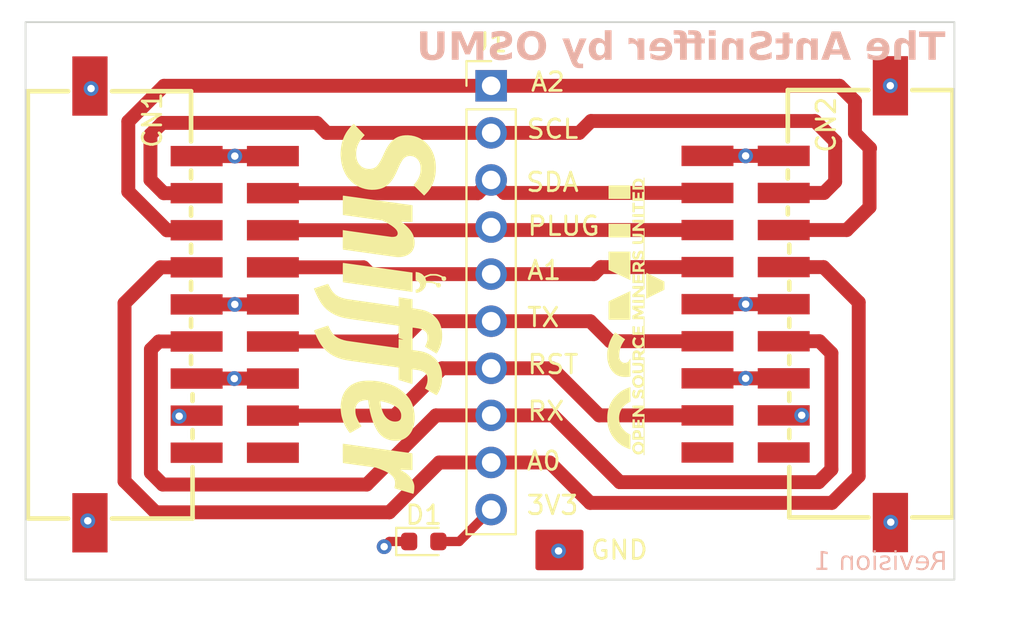
<source format=kicad_pcb>
(kicad_pcb (version 20221018) (generator pcbnew)
  (layers (0 "F.Cu" signal) (1 "In1.Cu" signal) (2 "In2.Cu" signal) (31 "B.Cu" signal) (34 "B.Paste" user) (35 "F.Paste" user) (36 "B.SilkS" user "B.Silkscreen") (37 "F.SilkS" user "F.Silkscreen") (38 "B.Mask" user) (39 "F.Mask" user) (44 "Edge.Cuts" user))
  (net 0 "")
  (net 3 "/RST")
  (net 4 "/3V3")
  (net 5 "GND")
  (net 6 "/SCL")
  (net 7 "/SDA")
  (net 8 "/A2")
  (net 9 "/PLUG")
  (net 10 "/A0")
  (net 11 "/A1")
  (net 12 "/RX")
  (net 13 "/TX")
  (footprint "Connector_PinHeader_2.54mm:PinHeader_1x10_P2.54mm_Vertical" (layer "F.Cu") (at 168.5798 45.979)
    (fp_text reference "J1" (at 0 -2.33) (layer "F.SilkS"))
    (fp_text value "Conn_01x10_MountingPin")
    (pad "1" thru_hole rect (at 0 0) (size 1.7 1.7) (drill 1) (layers "*.Cu" "*.Mask") (net 8 "/A2"))
    (pad "2" thru_hole oval (at 0 2.54) (size 1.7 1.7) (drill 1) (layers "*.Cu" "*.Mask") (net 6 "/SCL"))
    (pad "3" thru_hole oval (at 0 5.08) (size 1.7 1.7) (drill 1) (layers "*.Cu" "*.Mask") (net 7 "/SDA"))
    (pad "4" thru_hole oval (at 0 7.62) (size 1.7 1.7) (drill 1) (layers "*.Cu" "*.Mask") (net 9 "/PLUG"))
    (pad "5" thru_hole oval (at 0 10.16) (size 1.7 1.7) (drill 1) (layers "*.Cu" "*.Mask") (net 11 "/A1"))
    (pad "6" thru_hole oval (at 0 12.7) (size 1.7 1.7) (drill 1) (layers "*.Cu" "*.Mask") (net 13 "/TX"))
    (pad "7" thru_hole oval (at 0 15.24) (size 1.7 1.7) (drill 1) (layers "*.Cu" "*.Mask") (net 3 "/RST"))
    (pad "8" thru_hole oval (at 0 17.78) (size 1.7 1.7) (drill 1) (layers "*.Cu" "*.Mask") (net 12 "/RX"))
    (pad "9" thru_hole oval (at 0 20.32) (size 1.7 1.7) (drill 1) (layers "*.Cu" "*.Mask") (net 10 "/A0"))
    (pad "10" thru_hole oval (at 0 22.86) (size 1.7 1.7) (drill 1) (layers "*.Cu" "*.Mask") (net 4 "/3V3"))
  )
  (footprint "LOGO" (layer "F.Cu") (at 176.50966 58.42 90)
    (fp_text reference "Ge" hide)
    (fp_text value "LOGO" hide)
  )
  (footprint "LOGO" (layer "F.Cu") (at 162.6616 58.0136 -90)
    (fp_text reference "G***" hide)
    (fp_text value "LOGO" hide)
  )
  (footprint "EASYEDA2KICAD:CONN-SMD_X2026WRS-2X09D-LPSW" (layer "F.Cu") (at 151.8848 57.7718 -90)
    (fp_text reference "CN1" (at -9.9436 1.5676 90) (layer "F.SilkS"))
    (fp_text value "X2026WRS-2X09D-LPSW")
    (pad "1" smd rect (at -8 -0.82 270) (size 1.1 2.8) (layers "F.Cu" "F.Paste" "F.Mask") (net 5 "GND"))
    (pad "2" smd rect (at -8 -4.93 270) (size 1.1 2.8) (layers "F.Cu" "F.Paste" "F.Mask") (net 5 "GND"))
    (pad "3" smd rect (at -6 -0.82 270) (size 1.1 2.8) (layers "F.Cu" "F.Paste" "F.Mask") (net 6 "/SCL"))
    (pad "4" smd rect (at -6 -4.93 270) (size 1.1 2.8) (layers "F.Cu" "F.Paste" "F.Mask") (net 7 "/SDA"))
    (pad "5" smd rect (at -4 -0.82 270) (size 1.1 2.8) (layers "F.Cu" "F.Paste" "F.Mask") (net 8 "/A2"))
    (pad "6" smd rect (at -4 -4.93 270) (size 1.1 2.8) (layers "F.Cu" "F.Paste" "F.Mask") (net 9 "/PLUG"))
    (pad "7" smd rect (at -2 -0.82 270) (size 1.1 2.8) (layers "F.Cu" "F.Paste" "F.Mask") (net 10 "/A0"))
    (pad "8" smd rect (at -2 -4.93 270) (size 1.1 2.8) (layers "F.Cu" "F.Paste" "F.Mask") (net 11 "/A1"))
    (pad "9" smd rect (at 0 -0.82 270) (size 1.1 2.8) (layers "F.Cu" "F.Paste" "F.Mask") (net 5 "GND"))
    (pad "10" smd rect (at 0 -4.93 270) (size 1.1 2.8) (layers "F.Cu" "F.Paste" "F.Mask") (net 5 "GND"))
    (pad "11" smd rect (at 2 -0.82 270) (size 1.1 2.8) (layers "F.Cu" "F.Paste" "F.Mask") (net 12 "/RX"))
    (pad "12" smd rect (at 2 -4.93 270) (size 1.1 2.8) (layers "F.Cu" "F.Paste" "F.Mask") (net 13 "/TX"))
    (pad "13" smd rect (at 4 -0.82 270) (size 1.1 2.8) (layers "F.Cu" "F.Paste" "F.Mask") (net 5 "GND"))
    (pad "14" smd rect (at 4 -4.93 270) (size 1.1 2.8) (layers "F.Cu" "F.Paste" "F.Mask") (net 5 "GND"))
    (pad "15" smd rect (at 6 -0.82 270) (size 1.1 2.8) (layers "F.Cu" "F.Paste" "F.Mask") (net 4 "/3V3"))
    (pad "16" smd rect (at 6 -4.93 270) (size 1.1 2.8) (layers "F.Cu" "F.Paste" "F.Mask") (net 3 "/RST"))
    (pad "17" smd rect (at 8 -0.82 270) (size 1.1 2.8) (layers "F.Cu" "F.Paste" "F.Mask"))
    (pad "18" smd rect (at 8 -4.93 270) (size 1.1 2.8) (layers "F.Cu" "F.Paste" "F.Mask"))
    (pad "19" smd rect (at 11.78 4.93 90) (size 3.2 1.9) (layers "F.Cu" "F.Paste" "F.Mask") (net 5 "GND"))
    (pad "20" smd rect (at -11.78 4.93 90) (size 3.2 1.9) (layers "F.Cu" "F.Paste" "F.Mask") (net 5 "GND"))
  )
  (footprint "EASYEDA2KICAD:CONN-SMD_X2026WRS-2X09D-LPSW" (layer "F.Cu") (at 185.1699 57.7596 90)
    (fp_text reference "CN2" (at 9.6774 1.4693 90) (layer "F.SilkS"))
    (fp_text value "X2026WRS-2X09D-LPSW")
    (pad "1" smd rect (at -8 -0.82 90) (size 1.1 2.8) (layers "F.Cu" "F.Paste" "F.Mask"))
    (pad "2" smd rect (at -8 -4.93 90) (size 1.1 2.8) (layers "F.Cu" "F.Paste" "F.Mask"))
    (pad "3" smd rect (at -6 -0.82 90) (size 1.1 2.8) (layers "F.Cu" "F.Paste" "F.Mask") (net 4 "/3V3"))
    (pad "4" smd rect (at -6 -4.93 90) (size 1.1 2.8) (layers "F.Cu" "F.Paste" "F.Mask") (net 3 "/RST"))
    (pad "5" smd rect (at -4 -0.82 90) (size 1.1 2.8) (layers "F.Cu" "F.Paste" "F.Mask") (net 5 "GND"))
    (pad "6" smd rect (at -4 -4.93 90) (size 1.1 2.8) (layers "F.Cu" "F.Paste" "F.Mask") (net 5 "GND"))
    (pad "7" smd rect (at -2 -0.82 90) (size 1.1 2.8) (layers "F.Cu" "F.Paste" "F.Mask") (net 12 "/RX"))
    (pad "8" smd rect (at -2 -4.93 90) (size 1.1 2.8) (layers "F.Cu" "F.Paste" "F.Mask") (net 13 "/TX"))
    (pad "9" smd rect (at 0 -0.82 90) (size 1.1 2.8) (layers "F.Cu" "F.Paste" "F.Mask") (net 5 "GND"))
    (pad "10" smd rect (at 0 -4.93 90) (size 1.1 2.8) (layers "F.Cu" "F.Paste" "F.Mask") (net 5 "GND"))
    (pad "11" smd rect (at 2 -0.82 90) (size 1.1 2.8) (layers "F.Cu" "F.Paste" "F.Mask") (net 10 "/A0"))
    (pad "12" smd rect (at 2 -4.93 90) (size 1.1 2.8) (layers "F.Cu" "F.Paste" "F.Mask") (net 11 "/A1"))
    (pad "13" smd rect (at 4 -0.82 90) (size 1.1 2.8) (layers "F.Cu" "F.Paste" "F.Mask") (net 8 "/A2"))
    (pad "14" smd rect (at 4 -4.93 90) (size 1.1 2.8) (layers "F.Cu" "F.Paste" "F.Mask") (net 9 "/PLUG"))
    (pad "15" smd rect (at 6 -0.82 90) (size 1.1 2.8) (layers "F.Cu" "F.Paste" "F.Mask") (net 6 "/SCL"))
    (pad "16" smd rect (at 6 -4.93 90) (size 1.1 2.8) (layers "F.Cu" "F.Paste" "F.Mask") (net 7 "/SDA"))
    (pad "17" smd rect (at 8 -0.82 90) (size 1.1 2.8) (layers "F.Cu" "F.Paste" "F.Mask") (net 5 "GND"))
    (pad "18" smd rect (at 8 -4.93 90) (size 1.1 2.8) (layers "F.Cu" "F.Paste" "F.Mask") (net 5 "GND"))
    (pad "19" smd rect (at 11.78 4.93 270) (size 3.2 1.9) (layers "F.Cu" "F.Paste" "F.Mask") (net 5 "GND"))
    (pad "20" smd rect (at -11.78 4.93 270) (size 3.2 1.9) (layers "F.Cu" "F.Paste" "F.Mask") (net 5 "GND"))
  )
  (footprint "LED_SMD:LED_0603_1608Metric" (layer "F.Cu") (at 164.9476 70.5612)
    (fp_text reference "D1" (at 0 -1.43) (layer "F.SilkS"))
    (fp_text value "LED")
    (pad "1" smd roundrect (at -0.7875 0) (size 0.875 0.95) (layers "F.Cu" "F.Paste" "F.Mask") (net 5 "GND"))
    (pad "2" smd roundrect (at 0.7875 0) (size 0.875 0.95) (layers "F.Cu" "F.Paste" "F.Mask") (net 4 "/3V3"))
  )
  (gr_rect (start 143.4846 42.545) (end 193.548 72.6186) (stroke (width 0.1)) (fill none) (layer "Edge.Cuts"))
  (gr_text "The AntSniffer by OSMU" (at 193.0654 44.831) (layer "B.SilkS") (effects (font (size 1.5 1.5) (thickness 0.3) bold) (justify left bottom mirror)))
  (gr_text "Revision 1" (at 193.167 72.263) (layer "B.SilkS") (effects (font (size 1 1)) (justify left bottom mirror)))
  (gr_text "3V3" (at 170.4086 69.1896) (layer "F.SilkS") (effects (font (size 1 1)) (justify left bottom)))
  (gr_text "TX" (at 170.434 59.055) (layer "F.SilkS") (effects (font (size 1 1)) (justify left bottom)))
  (gr_text "PLUG" (at 170.4594 54.1274) (layer "F.SilkS") (effects (font (size 1 1)) (justify left bottom)))
  (gr_text "RST\n" (at 170.4594 61.595) (layer "F.SilkS") (effects (font (size 1 1)) (justify left bottom)))
  (gr_text "A2" (at 170.6372 46.355) (layer "F.SilkS") (effects (font (size 1 1)) (justify left bottom)))
  (gr_text "A0\n" (at 170.4086 66.802) (layer "F.SilkS") (effects (font (size 1 1)) (justify left bottom)))
  (gr_text "SDA" (at 170.3832 51.7652) (layer "F.SilkS") (effects (font (size 1 1)) (justify left bottom)))
  (gr_text "GND" (at 173.863 71.6026) (layer "F.SilkS") (effects (font (size 1 1)) (justify left bottom)))
  (gr_text "A1" (at 170.434 56.515) (layer "F.SilkS") (effects (font (size 1 1)) (justify left bottom)))
  (gr_text "SCL\n" (at 170.4086 48.895) (layer "F.SilkS") (effects (font (size 1 1)) (justify left bottom)))
  (gr_text "RX" (at 170.4594 64.1096) (layer "F.SilkS") (effects (font (size 1 1)) (justify left bottom)))
  (segment (start 174.402 63.7596) (end 171.8614 61.219) (width 0.75) (layer "F.Cu") (net 3))
  (segment (start 156.8148 63.7718) (end 163.3804 63.7718) (width 0.75) (layer "F.Cu") (net 3))
  (segment (start 165.9332 61.219) (end 168.5798 61.219) (width 0.75) (layer "F.Cu") (net 3))
  (segment (start 163.3804 63.7718) (end 165.9332 61.219) (width 0.75) (layer "F.Cu") (net 3))
  (segment (start 156.827 63.7596) (end 156.8148 63.7718) (width 0.25) (layer "F.Cu") (net 3))
  (segment (start 171.8614 61.219) (end 168.5798 61.219) (width 0.75) (layer "F.Cu") (net 3))
  (segment (start 180.2399 63.7596) (end 174.402 63.7596) (width 0.75) (layer "F.Cu") (net 3))
  (segment (start 151.798 63.7718) (end 151.765 63.8048) (width 0.75) (layer "F.Cu") (net 4))
  (segment (start 166.8576 70.5612) (end 168.5798 68.839) (width 0.5) (layer "F.Cu") (net 4))
  (segment (start 184.3499 63.7596) (end 185.3128 63.7596) (width 0.75) (layer "F.Cu") (net 4))
  (segment (start 152.7048 63.7718) (end 151.798 63.7718) (width 0.75) (layer "F.Cu") (net 4))
  (segment (start 185.3128 63.7596) (end 185.3184 63.754) (width 0.75) (layer "F.Cu") (net 4))
  (segment (start 165.7351 70.5612) (end 166.8576 70.5612) (width 0.5) (layer "F.Cu") (net 4))
  (via (at 185.3184 63.754) (size 0.8) (drill 0.4) (layers "F.Cu" "B.Cu") (net 4))
  (via (at 151.765 63.8048) (size 0.8) (drill 0.4) (layers "F.Cu" "B.Cu") (net 4))
  (segment (start 152.7048 49.7718) (end 154.7622 49.7718) (width 0.75) (layer "F.Cu") (net 5))
  (segment (start 152.7048 57.7718) (end 154.7622 57.7718) (width 0.75) (layer "F.Cu") (net 5))
  (segment (start 190.0999 69.5396) (end 190.0999 69.5389) (width 0.75) (layer "F.Cu") (net 5))
  (segment (start 152.7048 61.7718) (end 154.7368 61.7718) (width 0.75) (layer "F.Cu") (net 5))
  (segment (start 154.7622 49.7718) (end 156.8148 49.7718) (width 0.75) (layer "F.Cu") (net 5))
  (segment (start 180.2399 49.7596) (end 182.2958 49.7596) (width 0.75) (layer "F.Cu") (net 5))
  (segment (start 146.9548 69.5518) (end 146.9456 69.5518) (width 0.75) (layer "F.Cu") (net 5))
  (segment (start 190.0999 69.5389) (end 190.119 69.5198) (width 0.75) (layer "F.Cu") (net 5))
  (segment (start 163.0934 70.5612) (end 162.814 70.8406) (width 0.5) (layer "F.Cu") (net 5))
  (segment (start 190.0999 45.9796) (end 190.0992 45.9796) (width 0.75) (layer "F.Cu") (net 5))
  (segment (start 154.7622 57.7718) (end 156.8148 57.7718) (width 0.75) (layer "F.Cu") (net 5))
  (segment (start 164.1601 70.5612) (end 163.0934 70.5612) (width 0.5) (layer "F.Cu") (net 5))
  (segment (start 146.9548 45.9918) (end 146.9548 46.066) (width 0.75) (layer "F.Cu") (net 5))
  (segment (start 184.3499 49.7596) (end 182.2958 49.7596) (width 0.75) (layer "F.Cu") (net 5))
  (segment (start 180.2399 61.7596) (end 182.2958 61.7596) (width 0.75) (layer "F.Cu") (net 5))
  (segment (start 190.0992 45.9796) (end 190.0936 45.974) (width 0.75) (layer "F.Cu") (net 5))
  (segment (start 184.3499 61.7596) (end 182.2958 61.7596) (width 0.75) (layer "F.Cu") (net 5))
  (segment (start 180.2399 57.7596) (end 182.2958 57.7596) (width 0.75) (layer "F.Cu") (net 5))
  (segment (start 146.9456 69.5518) (end 146.8374 69.4436) (width 0.75) (layer "F.Cu") (net 5))
  (segment (start 184.3499 57.7596) (end 182.2958 57.7596) (width 0.75) (layer "F.Cu") (net 5))
  (segment (start 146.9548 46.066) (end 147.0152 46.1264) (width 0.75) (layer "F.Cu") (net 5))
  (segment (start 154.7368 61.7718) (end 156.8148 61.7718) (width 0.75) (layer "F.Cu") (net 5))
  (via (at 146.8374 69.4436) (size 0.8) (drill 0.4) (layers "F.Cu" "B.Cu") (net 5))
  (via (at 162.814 70.8406) (size 0.8) (drill 0.4) (layers "F.Cu" "B.Cu") (net 5))
  (via (at 182.2958 61.7596) (size 0.8) (drill 0.4) (layers "F.Cu" "B.Cu") (net 5))
  (via (at 154.7368 61.7718) (size 0.8) (drill 0.4) (layers "F.Cu" "B.Cu") (net 5))
  (via (at 172.212 71.0692) (size 0.8) (drill 0.4) (layers "F.Cu" "B.Cu") (net 5))
  (via (at 190.0936 45.974) (size 0.8) (drill 0.4) (layers "F.Cu" "B.Cu") (net 5))
  (via (at 154.7622 57.7718) (size 0.8) (drill 0.4) (layers "F.Cu" "B.Cu") (net 5))
  (via (at 147.0152 46.1264) (size 0.8) (drill 0.4) (layers "F.Cu" "B.Cu") (net 5))
  (via (at 182.2958 57.7596) (size 0.8) (drill 0.4) (layers "F.Cu" "B.Cu") (net 5))
  (via (at 182.2958 49.7596) (size 0.8) (drill 0.4) (layers "F.Cu" "B.Cu") (net 5))
  (via (at 190.119 69.5198) (size 0.8) (drill 0.4) (layers "F.Cu" "B.Cu") (net 5))
  (via (at 154.7622 49.7718) (size 0.8) (drill 0.4) (layers "F.Cu" "B.Cu") (net 5))
  (segment (start 150.2156 51.054) (end 150.2156 48.6156) (width 0.75) (layer "F.Cu") (net 6))
  (segment (start 187.1218 48.9712) (end 186.0296 47.879) (width 0.75) (layer "F.Cu") (net 6))
  (segment (start 152.7048 51.7718) (end 150.9334 51.7718) (width 0.75) (layer "F.Cu") (net 6))
  (segment (start 150.9334 51.7718) (end 150.2156 51.054) (width 0.75) (layer "F.Cu") (net 6))
  (segment (start 187.1218 51.1556) (end 187.1218 48.9712) (width 0.75) (layer "F.Cu") (net 6))
  (segment (start 173.9646 47.879) (end 173.3246 48.519) (width 0.75) (layer "F.Cu") (net 6))
  (segment (start 159.1818 47.9806) (end 159.7202 48.519) (width 0.75) (layer "F.Cu") (net 6))
  (segment (start 150.2156 48.6156) (end 150.8506 47.9806) (width 0.75) (layer "F.Cu") (net 6))
  (segment (start 184.3499 51.7596) (end 186.5178 51.7596) (width 0.75) (layer "F.Cu") (net 6))
  (segment (start 186.5178 51.7596) (end 187.1218 51.1556) (width 0.75) (layer "F.Cu") (net 6))
  (segment (start 150.8506 47.9806) (end 159.1818 47.9806) (width 0.75) (layer "F.Cu") (net 6))
  (segment (start 159.7202 48.519) (end 168.5798 48.519) (width 0.75) (layer "F.Cu") (net 6))
  (segment (start 173.3246 48.519) (end 168.5798 48.519) (width 0.75) (layer "F.Cu") (net 6))
  (segment (start 186.0296 47.879) (end 173.9646 47.879) (width 0.75) (layer "F.Cu") (net 6))
  (segment (start 180.2277 51.7718) (end 180.2399 51.7596) (width 0.25) (layer "F.Cu") (net 7))
  (segment (start 180.2399 51.7596) (end 169.2804 51.7596) (width 0.75) (layer "F.Cu") (net 7))
  (segment (start 156.8148 51.7718) (end 167.867 51.7718) (width 0.75) (layer "F.Cu") (net 7))
  (segment (start 169.2804 51.7596) (end 168.5798 51.059) (width 0.75) (layer "F.Cu") (net 7))
  (segment (start 167.867 51.7718) (end 168.5798 51.059) (width 0.75) (layer "F.Cu") (net 7))
  (segment (start 149.0218 47.9044) (end 150.9472 45.979) (width 0.75) (layer "F.Cu") (net 8))
  (segment (start 151.1046 53.7718) (end 149.0218 51.689) (width 0.75) (layer "F.Cu") (net 8))
  (segment (start 188.1886 48.5394) (end 188.1886 46.8122) (width 0.75) (layer "F.Cu") (net 8))
  (segment (start 188.976 49.3776) (end 189.0014 49.3522) (width 0.75) (layer "F.Cu") (net 8))
  (segment (start 149.0218 51.689) (end 149.0218 47.9044) (width 0.75) (layer "F.Cu") (net 8))
  (segment (start 188.976 52.5272) (end 188.976 49.3776) (width 0.75) (layer "F.Cu") (net 8))
  (segment (start 187.7436 53.7596) (end 188.976 52.5272) (width 0.75) (layer "F.Cu") (net 8))
  (segment (start 189.0014 49.3522) (end 188.1886 48.5394) (width 0.75) (layer "F.Cu") (net 8))
  (segment (start 184.3499 53.7596) (end 187.7436 53.7596) (width 0.75) (layer "F.Cu") (net 8))
  (segment (start 150.9472 45.979) (end 168.5798 45.979) (width 0.75) (layer "F.Cu") (net 8))
  (segment (start 168.5798 45.979) (end 187.3554 45.979) (width 0.75) (layer "F.Cu") (net 8))
  (segment (start 152.7048 53.7718) (end 151.1046 53.7718) (width 0.75) (layer "F.Cu") (net 8))
  (segment (start 187.3554 45.979) (end 188.1886 46.8122) (width 0.75) (layer "F.Cu") (net 8))
  (segment (start 180.2399 53.7596) (end 168.7404 53.7596) (width 0.75) (layer "F.Cu") (net 9))
  (segment (start 156.8148 53.7718) (end 168.407 53.7718) (width 0.75) (layer "F.Cu") (net 9))
  (segment (start 168.407 53.7718) (end 168.5798 53.599) (width 0.25) (layer "F.Cu") (net 9))
  (segment (start 156.827 53.7596) (end 156.8148 53.7718) (width 0.25) (layer "F.Cu") (net 9))
  (segment (start 168.7404 53.7596) (end 168.5798 53.599) (width 0.25) (layer "F.Cu") (net 9))
  (segment (start 148.8186 57.7088) (end 148.8186 67.31) (width 0.75) (layer "F.Cu") (net 10))
  (segment (start 148.8186 67.31) (end 150.495 68.9864) (width 0.75) (layer "F.Cu") (net 10))
  (segment (start 150.495 68.9864) (end 163.0934 68.9864) (width 0.75) (layer "F.Cu") (net 10))
  (segment (start 171.7344 66.299) (end 168.5798 66.299) (width 0.75) (layer "F.Cu") (net 10))
  (segment (start 188.3918 67.0306) (end 186.944 68.4784) (width 0.75) (layer "F.Cu") (net 10))
  (segment (start 186.4934 55.7596) (end 188.3918 57.658) (width 0.75) (layer "F.Cu") (net 10))
  (segment (start 188.3918 57.658) (end 188.3918 67.0306) (width 0.75) (layer "F.Cu") (net 10))
  (segment (start 150.7556 55.7718) (end 148.8186 57.7088) (width 0.75) (layer "F.Cu") (net 10))
  (segment (start 184.3499 55.7596) (end 186.4934 55.7596) (width 0.75) (layer "F.Cu") (net 10))
  (segment (start 163.0934 68.9864) (end 165.7808 66.299) (width 0.75) (layer "F.Cu") (net 10))
  (segment (start 152.7048 55.7718) (end 150.7556 55.7718) (width 0.75) (layer "F.Cu") (net 10))
  (segment (start 173.9138 68.4784) (end 171.7344 66.299) (width 0.75) (layer "F.Cu") (net 10))
  (segment (start 165.7808 66.299) (end 168.5798 66.299) (width 0.75) (layer "F.Cu") (net 10))
  (segment (start 186.944 68.4784) (end 173.9138 68.4784) (width 0.75) (layer "F.Cu") (net 10))
  (segment (start 168.5798 56.139) (end 174.112 56.139) (width 0.75) (layer "F.Cu") (net 11))
  (segment (start 162.057 56.139) (end 161.6898 55.7718) (width 0.75) (layer "F.Cu") (net 11))
  (segment (start 174.112 56.139) (end 174.4914 55.7596) (width 0.75) (layer "F.Cu") (net 11))
  (segment (start 180.2277 55.7718) (end 180.2399 55.7596) (width 0.25) (layer "F.Cu") (net 11))
  (segment (start 161.6898 55.7718) (end 156.8148 55.7718) (width 0.75) (layer "F.Cu") (net 11))
  (segment (start 168.5798 56.139) (end 162.057 56.139) (width 0.75) (layer "F.Cu") (net 11))
  (segment (start 174.4914 55.7596) (end 180.2399 55.7596) (width 0.75) (layer "F.Cu") (net 11))
  (segment (start 184.3499 59.7596) (end 186.277 59.7596) (width 0.75) (layer "F.Cu") (net 12))
  (segment (start 150.876 67.4878) (end 161.8742 67.4878) (width 0.75) (layer "F.Cu") (net 12))
  (segment (start 186.2328 67.3608) (end 175.514 67.3608) (width 0.75) (layer "F.Cu") (net 12))
  (segment (start 186.9186 60.4012) (end 186.9186 66.675) (width 0.75) (layer "F.Cu") (net 12))
  (segment (start 186.9186 66.675) (end 186.2328 67.3608) (width 0.75) (layer "F.Cu") (net 12))
  (segment (start 152.7048 59.7718) (end 150.6672 59.7718) (width 0.75) (layer "F.Cu") (net 12))
  (segment (start 161.8742 67.4878) (end 165.603 63.759) (width 0.75) (layer "F.Cu") (net 12))
  (segment (start 186.277 59.7596) (end 186.9186 60.4012) (width 0.75) (layer "F.Cu") (net 12))
  (segment (start 150.241 66.8528) (end 150.876 67.4878) (width 0.75) (layer "F.Cu") (net 12))
  (segment (start 175.514 67.3608) (end 171.9122 63.759) (width 0.75) (layer "F.Cu") (net 12))
  (segment (start 171.9122 63.759) (end 168.5798 63.759) (width 0.75) (layer "F.Cu") (net 12))
  (segment (start 150.6672 59.7718) (end 150.241 60.198) (width 0.75) (layer "F.Cu") (net 12))
  (segment (start 150.241 60.198) (end 150.241 66.8528) (width 0.75) (layer "F.Cu") (net 12))
  (segment (start 165.603 63.759) (end 168.5798 63.759) (width 0.75) (layer "F.Cu") (net 12))
  (segment (start 180.2399 59.7596) (end 174.9994 59.7596) (width 0.75) (layer "F.Cu") (net 13))
  (segment (start 180.2277 59.7718) (end 180.2399 59.7596) (width 0.25) (layer "F.Cu") (net 13))
  (segment (start 156.8148 59.7718) (end 163.672 59.7718) (width 0.75) (layer "F.Cu") (net 13))
  (segment (start 163.672 59.7718) (end 164.7648 58.679) (width 0.75) (layer "F.Cu") (net 13))
  (segment (start 164.7648 58.679) (end 168.5798 58.679) (width 0.75) (layer "F.Cu") (net 13))
  (segment (start 174.9994 59.7596) (end 173.9188 58.679) (width 0.75) (layer "F.Cu") (net 13))
  (segment (start 173.9188 58.679) (end 168.5798 58.679) (width 0.75) (layer "F.Cu") (net 13))
  (zone (net 5) (net_name "GND") (layer "F.Cu") (priority 2) (connect_pads yes (clearance 0.5)) (min_thickness 0.25) (fill yes (thermal_gap 0.5) (thermal_bridge_width 0.5))
    (polygon (pts (xy 170.9674 69.9262) (xy 170.9674 72.1106) (xy 173.5582 72.1106) (xy 173.5582 69.9262)))
  )
)
</source>
